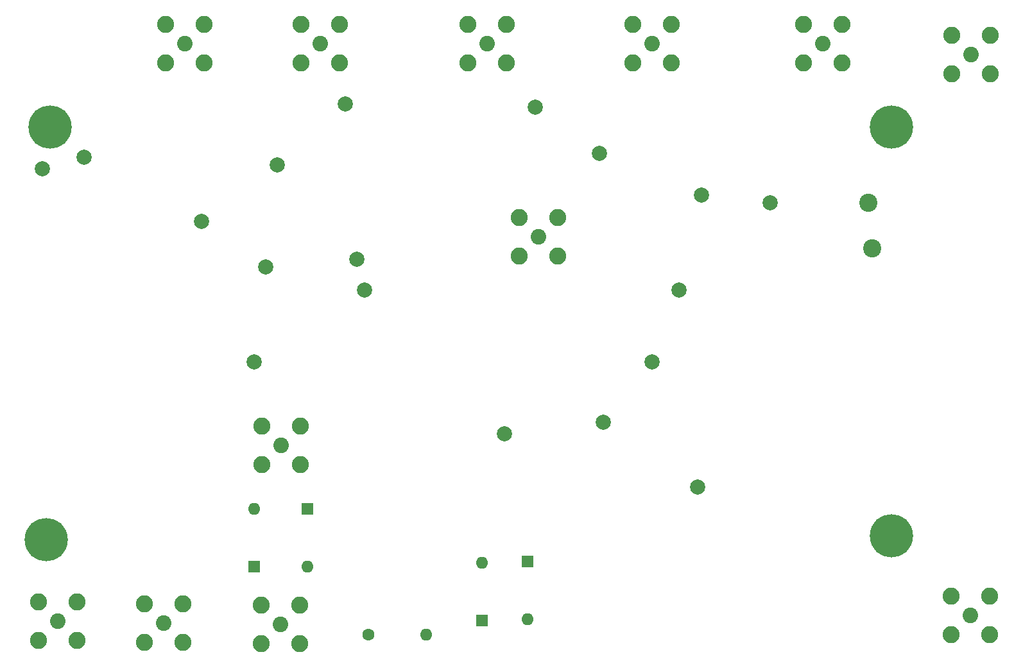
<source format=gbr>
%TF.GenerationSoftware,KiCad,Pcbnew,8.0.6*%
%TF.CreationDate,2025-02-17T16:21:55-05:00*%
%TF.ProjectId,PCB Design,50434220-4465-4736-9967-6e2e6b696361,rev?*%
%TF.SameCoordinates,Original*%
%TF.FileFunction,Soldermask,Bot*%
%TF.FilePolarity,Negative*%
%FSLAX46Y46*%
G04 Gerber Fmt 4.6, Leading zero omitted, Abs format (unit mm)*
G04 Created by KiCad (PCBNEW 8.0.6) date 2025-02-17 16:21:55*
%MOMM*%
%LPD*%
G01*
G04 APERTURE LIST*
%ADD10C,2.050000*%
%ADD11C,2.250000*%
%ADD12C,5.700000*%
%ADD13C,2.000000*%
%ADD14R,1.600000X1.600000*%
%ADD15O,1.600000X1.600000*%
%ADD16C,1.600000*%
%ADD17C,2.400000*%
G04 APERTURE END LIST*
D10*
%TO.C,24V_DC*%
X107061000Y-143764000D03*
D11*
X104521000Y-141224000D03*
X104521000Y-146304000D03*
X109601000Y-141224000D03*
X109601000Y-146304000D03*
%TD*%
D10*
%TO.C,24V_AMP_PWR*%
X121000000Y-144000000D03*
D11*
X118460000Y-141460000D03*
X118460000Y-146540000D03*
X123540000Y-141460000D03*
X123540000Y-146540000D03*
%TD*%
D12*
%TO.C,REF\u002A\u002A*%
X217000000Y-78500000D03*
%TD*%
D13*
%TO.C,TP17*%
X126000000Y-91000000D03*
%TD*%
%TO.C,TP7*%
X136000000Y-83500000D03*
%TD*%
D10*
%TO.C,HP_AMP_IN*%
X170460000Y-93000000D03*
D11*
X173000000Y-95540000D03*
X173000000Y-90460000D03*
X167920000Y-95540000D03*
X167920000Y-90460000D03*
%TD*%
D14*
%TO.C,D2*%
X140000000Y-128880000D03*
D15*
X140000000Y-136500000D03*
%TD*%
D12*
%TO.C,REF\u002A\u002A*%
X105500000Y-133000000D03*
%TD*%
%TO.C,REF\u002A\u002A*%
X106000000Y-78500000D03*
%TD*%
D14*
%TO.C,D1*%
X133000000Y-136500000D03*
D15*
X133000000Y-128880000D03*
%TD*%
D16*
%TO.C,0.56uH*%
X148000000Y-145500000D03*
D15*
X155620000Y-145500000D03*
%TD*%
D10*
%TO.C,SIN_GEN*%
X185500000Y-67500000D03*
D11*
X188040000Y-70040000D03*
X188040000Y-64960000D03*
X182960000Y-70040000D03*
X182960000Y-64960000D03*
%TD*%
D13*
%TO.C,TP3*%
X146500000Y-96000000D03*
%TD*%
%TO.C,TP13*%
X191500000Y-126000000D03*
%TD*%
D10*
%TO.C,O-SCOPE_TRIG*%
X163675000Y-67500000D03*
D11*
X166215000Y-70040000D03*
X166215000Y-64960000D03*
X161135000Y-70040000D03*
X161135000Y-64960000D03*
%TD*%
D14*
%TO.C,D4*%
X169000000Y-135880000D03*
D15*
X169000000Y-143500000D03*
%TD*%
D10*
%TO.C,F_OUT*%
X141675000Y-67500000D03*
D11*
X144215000Y-70040000D03*
X144215000Y-64960000D03*
X139135000Y-70040000D03*
X139135000Y-64960000D03*
%TD*%
D10*
%TO.C,LNA_OUT*%
X227500000Y-69000000D03*
D11*
X230040000Y-71540000D03*
X230040000Y-66460000D03*
X224960000Y-71540000D03*
X224960000Y-66460000D03*
%TD*%
D10*
%TO.C,LNA_IN*%
X227460000Y-142960000D03*
D11*
X224920000Y-140420000D03*
X224920000Y-145500000D03*
X230000000Y-140420000D03*
X230000000Y-145500000D03*
%TD*%
D17*
%TO.C,GNDPin1*%
X214500000Y-94500000D03*
%TD*%
D13*
%TO.C,TP8*%
X192000000Y-87500000D03*
%TD*%
%TO.C,TP6*%
X110500000Y-82500000D03*
%TD*%
%TO.C,TP9*%
X166000000Y-119000000D03*
%TD*%
%TO.C,TP11*%
X185500000Y-109500000D03*
%TD*%
D10*
%TO.C,SIN_TRIG*%
X208000000Y-67500000D03*
D11*
X210540000Y-70040000D03*
X210540000Y-64960000D03*
X205460000Y-70040000D03*
X205460000Y-64960000D03*
%TD*%
D13*
%TO.C,TP2*%
X178500000Y-82000000D03*
%TD*%
D10*
%TO.C,IMPD_MATCH*%
X136500000Y-120500000D03*
D11*
X133960000Y-117960000D03*
X133960000Y-123040000D03*
X139040000Y-117960000D03*
X139040000Y-123040000D03*
%TD*%
D13*
%TO.C,TP10*%
X170053000Y-75946000D03*
%TD*%
%TO.C,TP5*%
X145000000Y-75500000D03*
%TD*%
D12*
%TO.C,REF\u002A\u002A*%
X217000000Y-132500000D03*
%TD*%
D10*
%TO.C,HP_AMP_OUT*%
X136398000Y-144145000D03*
D11*
X133858000Y-141605000D03*
X133858000Y-146685000D03*
X138938000Y-141605000D03*
X138938000Y-146685000D03*
%TD*%
D10*
%TO.C,PULSE_GEN*%
X123825000Y-67500000D03*
D11*
X126365000Y-70040000D03*
X126365000Y-64960000D03*
X121285000Y-70040000D03*
X121285000Y-64960000D03*
%TD*%
D14*
%TO.C,D3*%
X163000000Y-143620000D03*
D15*
X163000000Y-136000000D03*
%TD*%
D17*
%TO.C,+12VPin1*%
X214000000Y-88500000D03*
%TD*%
D13*
%TO.C,TP18*%
X134500000Y-97000000D03*
%TD*%
%TO.C,TP4*%
X147500000Y-100000000D03*
%TD*%
%TO.C,TP12*%
X179000000Y-117500000D03*
%TD*%
%TO.C,TP14*%
X201000000Y-88500000D03*
%TD*%
%TO.C,TP1*%
X133000000Y-109500000D03*
%TD*%
%TO.C,TP16*%
X105000000Y-84000000D03*
%TD*%
%TO.C,TP15*%
X189000000Y-100000000D03*
%TD*%
M02*

</source>
